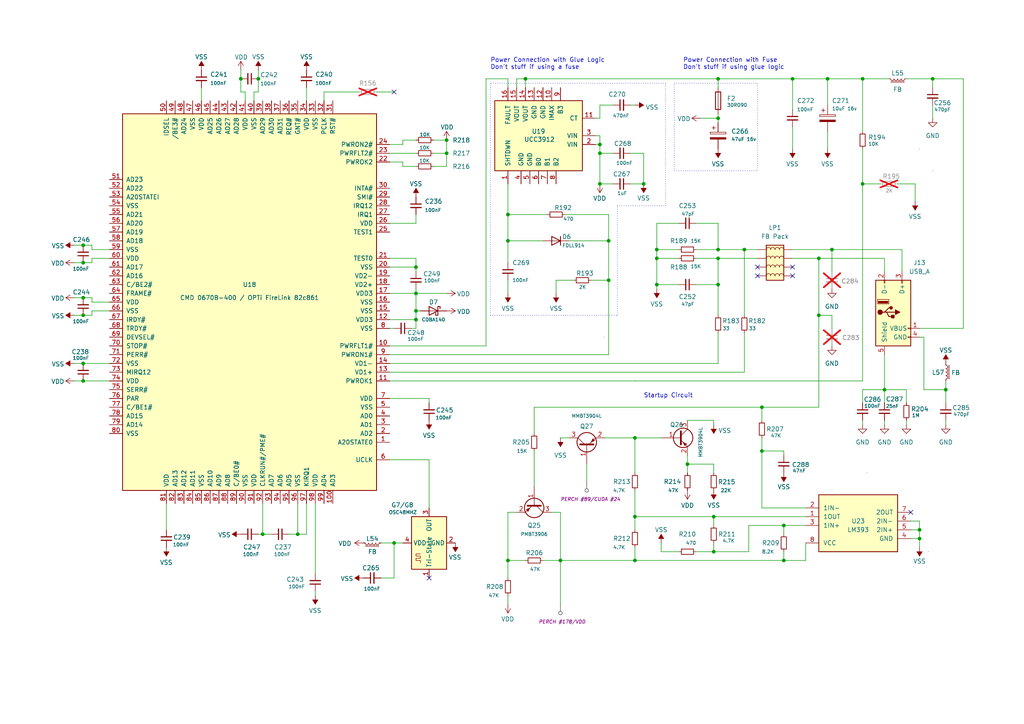
<source format=kicad_sch>
(kicad_sch (version 20230121) (generator eeschema)
  (paper "A4")
  (title_block (title "Power Macintosh G3 (Beige) Wings Personality Card USB Mod") (date "2024-07-24") (rev "2") (company "Schematic by @croissantking on the 68kMLA forums with invaluable help from @phipli"))
  (junction (at 270.51 22.86))
  (junction (at 24.13 91.44))
  (junction (at 120.65 77.47))
  (junction (at 162.56 162.56))
  (junction (at 74.93 22.86))
  (junction (at 76.2 154.94))
  (junction (at 190.5 72.39))
  (junction (at 190.5 74.93))
  (junction (at 69.85 22.86))
  (junction (at 173.99 41.91))
  (junction (at 24.13 86.36))
  (junction (at 227.33 162.56))
  (junction (at 199.39 134.62))
  (junction (at 24.13 71.12))
  (junction (at 240.03 22.86))
  (junction (at 266.7 156.21))
  (junction (at 184.15 162.56))
  (junction (at 208.28 22.86))
  (junction (at 250.19 53.34))
  (junction (at 120.65 92.71))
  (junction (at 24.13 105.41))
  (junction (at 147.32 69.85))
  (junction (at 229.87 22.86))
  (junction (at 173.99 44.45))
  (junction (at 186.69 53.34))
  (junction (at 215.9 72.39))
  (junction (at 237.49 91.44))
  (junction (at 24.13 110.49))
  (junction (at 176.53 81.28))
  (junction (at 208.28 72.39))
  (junction (at 184.15 127))
  (junction (at 152.4 22.86))
  (junction (at 120.65 90.17))
  (junction (at 147.32 162.56))
  (junction (at 237.49 74.93))
  (junction (at 220.98 118.11))
  (junction (at 147.32 62.23))
  (junction (at 266.7 153.67))
  (junction (at 207.01 149.86))
  (junction (at 129.54 40.64))
  (junction (at 24.13 76.2))
  (junction (at 241.3 72.39))
  (junction (at 250.19 22.86))
  (junction (at 190.5 82.55))
  (junction (at 274.32 113.03))
  (junction (at 173.99 53.34))
  (junction (at 184.15 149.86))
  (junction (at 208.28 74.93))
  (junction (at 256.54 113.03))
  (junction (at 176.53 69.85))
  (junction (at 114.3 157.48))
  (junction (at 207.01 160.02))
  (junction (at 208.28 82.55))
  (junction (at 208.28 34.29))
  (junction (at 86.36 154.94))
  (junction (at 120.65 85.09))
  (junction (at 129.54 44.45))
  (junction (at 227.33 152.4))
  (junction (at 220.98 130.81))
  (no_connect (at 229.87 80.01))
  (no_connect (at 219.71 77.47))
  (no_connect (at 264.16 148.59))
  (no_connect (at 124.46 167.64))
  (no_connect (at 219.71 80.01))
  (no_connect (at 114.3 26.67))
  (no_connect (at 229.87 77.47))
  (wire (pts (xy 71.12 26.67) (xy 71.12 29.21)))
  (wire (pts (xy 157.48 162.56) (xy 162.56 162.56)))
  (wire (pts (xy 24.13 110.49) (xy 31.75 110.49)))
  (wire (pts (xy 229.87 74.93) (xy 237.49 74.93)))
  (wire (pts (xy 256.54 121.92) (xy 256.54 123.19)))
  (wire (pts (xy 274.32 123.19) (xy 274.32 121.92)))
  (wire (pts (xy 171.45 81.28) (xy 176.53 81.28)))
  (wire (pts (xy 152.4 22.86) (xy 152.4 25.4)))
  (wire (pts (xy 270.51 25.4) (xy 270.51 22.86)))
  (wire (pts (xy 184.15 30.48) (xy 182.88 30.48)))
  (wire (pts (xy 215.9 96.52) (xy 215.9 107.95)))
  (wire (pts (xy 24.13 86.36) (xy 26.67 86.36)))
  (wire (pts (xy 208.28 22.86) (xy 208.28 25.4)))
  (wire (pts (xy 190.5 72.39) (xy 190.5 74.93)))
  (wire (pts (xy 207.01 149.86) (xy 233.68 149.86)))
  (wire (pts (xy 21.59 91.44) (xy 24.13 91.44)))
  (wire (pts (xy 208.28 74.93) (xy 208.28 82.55)))
  (wire (pts (xy 170.18 139.7) (xy 170.18 134.62)))
  (wire (pts (xy 279.4 22.86) (xy 279.4 95.25)))
  (wire (pts (xy 250.19 116.84) (xy 250.19 113.03)))
  (wire (pts (xy 229.87 22.86) (xy 240.03 22.86)))
  (wire (pts (xy 163.83 62.23) (xy 176.53 62.23)))
  (wire (pts (xy 83.82 154.94) (xy 86.36 154.94)))
  (wire (pts (xy 24.13 71.12) (xy 26.67 71.12)))
  (wire (pts (xy 73.66 29.21) (xy 73.66 26.67)))
  (wire (pts (xy 184.15 127) (xy 191.77 127)))
  (wire (pts (xy 184.15 162.56) (xy 227.33 162.56)))
  (wire (pts (xy 129.54 40.64) (xy 129.54 44.45)))
  (wire (pts (xy 113.03 115.57) (xy 124.46 115.57)))
  (wire (pts (xy 147.32 172.72) (xy 147.32 175.26)))
  (wire (pts (xy 113.03 64.77) (xy 120.65 64.77)))
  (polyline (pts (xy 193.04 59.69) (xy 193.04 24.13)) (stroke (width 0) (type dot)))
  (wire (pts (xy 173.99 30.48) (xy 177.8 30.48)))
  (wire (pts (xy 74.93 20.32) (xy 74.93 22.86)))
  (wire (pts (xy 237.49 74.93) (xy 237.49 91.44)))
  (wire (pts (xy 48.26 146.05) (xy 48.26 153.67)))
  (wire (pts (xy 176.53 62.23) (xy 176.53 69.85)))
  (wire (pts (xy 270.51 22.86) (xy 279.4 22.86)))
  (wire (pts (xy 152.4 22.86) (xy 208.28 22.86)))
  (wire (pts (xy 76.2 146.05) (xy 76.2 154.94)))
  (wire (pts (xy 113.03 107.95) (xy 215.9 107.95)))
  (wire (pts (xy 229.87 72.39) (xy 241.3 72.39)))
  (wire (pts (xy 113.03 105.41) (xy 208.28 105.41)))
  (wire (pts (xy 162.56 162.56) (xy 162.56 175.26)))
  (wire (pts (xy 74.93 154.94) (xy 76.2 154.94)))
  (wire (pts (xy 199.39 134.62) (xy 199.39 137.16)))
  (wire (pts (xy 250.19 43.18) (xy 250.19 53.34)))
  (wire (pts (xy 191.77 157.48) (xy 191.77 160.02)))
  (wire (pts (xy 274.32 113.03) (xy 274.32 110.49)))
  (wire (pts (xy 233.68 157.48) (xy 233.68 162.56)))
  (wire (pts (xy 177.8 53.34) (xy 173.99 53.34)))
  (wire (pts (xy 173.99 30.48) (xy 173.99 34.29)))
  (wire (pts (xy 69.85 26.67) (xy 71.12 26.67)))
  (wire (pts (xy 250.19 121.92) (xy 250.19 123.19)))
  (wire (pts (xy 113.03 44.45) (xy 120.65 44.45)))
  (wire (pts (xy 184.15 149.86) (xy 184.15 153.67)))
  (wire (pts (xy 26.67 91.44) (xy 24.13 91.44)))
  (wire (pts (xy 190.5 74.93) (xy 196.85 74.93)))
  (wire (pts (xy 220.98 147.32) (xy 233.68 147.32)))
  (wire (pts (xy 262.89 113.03) (xy 262.89 116.84)))
  (wire (pts (xy 207.01 160.02) (xy 207.01 157.48)))
  (wire (pts (xy 237.49 91.44) (xy 237.49 118.11)))
  (wire (pts (xy 129.54 40.64) (xy 125.73 40.64)))
  (wire (pts (xy 26.67 74.93) (xy 31.75 74.93)))
  (polyline (pts (xy 142.24 24.13) (xy 142.24 91.44)) (stroke (width 0) (type dot)))
  (wire (pts (xy 162.56 148.59) (xy 162.56 162.56)))
  (wire (pts (xy 208.28 72.39) (xy 215.9 72.39)))
  (wire (pts (xy 21.59 110.49) (xy 24.13 110.49)))
  (wire (pts (xy 149.86 25.4) (xy 149.86 22.86)))
  (wire (pts (xy 173.99 34.29) (xy 172.72 34.29)))
  (wire (pts (xy 91.44 171.45) (xy 91.44 172.72)))
  (wire (pts (xy 266.7 156.21) (xy 266.7 158.75)))
  (wire (pts (xy 267.97 113.03) (xy 274.32 113.03)))
  (wire (pts (xy 154.94 130.81) (xy 154.94 140.97)))
  (wire (pts (xy 165.1 69.85) (xy 176.53 69.85)))
  (wire (pts (xy 229.87 22.86) (xy 229.87 31.75)))
  (wire (pts (xy 129.54 44.45) (xy 129.54 48.26)))
  (wire (pts (xy 116.84 40.64) (xy 120.65 40.64)))
  (wire (pts (xy 93.98 29.21) (xy 93.98 26.67)))
  (wire (pts (xy 190.5 82.55) (xy 190.5 83.82)))
  (wire (pts (xy 227.33 152.4) (xy 227.33 154.94)))
  (wire (pts (xy 162.56 127) (xy 165.1 127)))
  (polyline (pts (xy 142.24 91.44) (xy 179.07 91.44)) (stroke (width 0) (type dot)))
  (wire (pts (xy 250.19 113.03) (xy 256.54 113.03)))
  (wire (pts (xy 120.65 62.23) (xy 120.65 64.77)))
  (wire (pts (xy 184.15 127) (xy 184.15 137.16)))
  (wire (pts (xy 256.54 74.93) (xy 256.54 78.74)))
  (wire (pts (xy 147.32 62.23) (xy 147.32 69.85)))
  (wire (pts (xy 147.32 53.34) (xy 147.32 62.23)))
  (wire (pts (xy 173.99 41.91) (xy 173.99 44.45)))
  (wire (pts (xy 161.29 81.28) (xy 161.29 85.09)))
  (wire (pts (xy 208.28 82.55) (xy 208.28 91.44)))
  (wire (pts (xy 26.67 74.93) (xy 26.67 76.2)))
  (wire (pts (xy 147.32 62.23) (xy 158.75 62.23)))
  (wire (pts (xy 266.7 95.25) (xy 279.4 95.25)))
  (wire (pts (xy 199.39 134.62) (xy 199.39 132.08)))
  (wire (pts (xy 154.94 118.11) (xy 154.94 125.73)))
  (wire (pts (xy 207.01 134.62) (xy 207.01 137.16)))
  (wire (pts (xy 113.03 41.91) (xy 116.84 41.91)))
  (wire (pts (xy 201.93 160.02) (xy 207.01 160.02)))
  (wire (pts (xy 264.16 151.13) (xy 266.7 151.13)))
  (wire (pts (xy 147.32 148.59) (xy 149.86 148.59)))
  (wire (pts (xy 262.89 22.86) (xy 270.51 22.86)))
  (wire (pts (xy 109.22 26.67) (xy 114.3 26.67)))
  (wire (pts (xy 182.88 44.45) (xy 186.69 44.45)))
  (wire (pts (xy 267.97 97.79) (xy 267.97 113.03)))
  (wire (pts (xy 266.7 153.67) (xy 266.7 156.21)))
  (wire (pts (xy 149.86 22.86) (xy 152.4 22.86)))
  (wire (pts (xy 190.5 82.55) (xy 196.85 82.55)))
  (wire (pts (xy 113.03 77.47) (xy 120.65 77.47)))
  (wire (pts (xy 21.59 76.2) (xy 24.13 76.2)))
  (wire (pts (xy 201.93 82.55) (xy 208.28 82.55)))
  (wire (pts (xy 240.03 22.86) (xy 250.19 22.86)))
  (wire (pts (xy 184.15 127) (xy 175.26 127)))
  (wire (pts (xy 184.15 158.75) (xy 184.15 162.56)))
  (wire (pts (xy 114.3 167.64) (xy 114.3 157.48)))
  (wire (pts (xy 177.8 44.45) (xy 173.99 44.45)))
  (wire (pts (xy 147.32 162.56) (xy 147.32 167.64)))
  (wire (pts (xy 120.65 90.17) (xy 120.65 92.71)))
  (wire (pts (xy 26.67 90.17) (xy 31.75 90.17)))
  (wire (pts (xy 147.32 25.4) (xy 147.32 22.86)))
  (wire (pts (xy 207.01 134.62) (xy 199.39 134.62)))
  (wire (pts (xy 113.03 92.71) (xy 120.65 92.71)))
  (wire (pts (xy 147.32 148.59) (xy 147.32 162.56)))
  (wire (pts (xy 186.69 44.45) (xy 186.69 53.34)))
  (wire (pts (xy 124.46 133.35) (xy 124.46 147.32)))
  (wire (pts (xy 113.03 110.49) (xy 250.19 110.49)))
  (wire (pts (xy 208.28 64.77) (xy 208.28 72.39)))
  (polyline (pts (xy 179.07 59.69) (xy 193.04 59.69)) (stroke (width 0) (type dot)))
  (wire (pts (xy 73.66 26.67) (xy 74.93 26.67)))
  (wire (pts (xy 240.03 30.48) (xy 240.03 22.86)))
  (wire (pts (xy 274.32 116.84) (xy 274.32 113.03)))
  (wire (pts (xy 250.19 22.86) (xy 257.81 22.86)))
  (wire (pts (xy 88.9 146.05) (xy 88.9 154.94)))
  (wire (pts (xy 116.84 46.99) (xy 113.03 46.99)))
  (wire (pts (xy 21.59 71.12) (xy 24.13 71.12)))
  (wire (pts (xy 120.65 83.82) (xy 120.65 85.09)))
  (wire (pts (xy 154.94 118.11) (xy 220.98 118.11)))
  (wire (pts (xy 24.13 105.41) (xy 31.75 105.41)))
  (wire (pts (xy 241.3 72.39) (xy 261.62 72.39)))
  (polyline (pts (xy 193.04 24.13) (xy 142.24 24.13)) (stroke (width 0) (type dot)))
  (wire (pts (xy 125.73 48.26) (xy 129.54 48.26)))
  (wire (pts (xy 215.9 72.39) (xy 215.9 91.44)))
  (wire (pts (xy 237.49 91.44) (xy 241.3 91.44)))
  (wire (pts (xy 120.65 92.71) (xy 120.65 95.25)))
  (wire (pts (xy 256.54 113.03) (xy 256.54 116.84)))
  (wire (pts (xy 86.36 146.05) (xy 86.36 154.94)))
  (wire (pts (xy 241.3 95.25) (xy 241.3 91.44)))
  (wire (pts (xy 113.03 133.35) (xy 124.46 133.35)))
  (wire (pts (xy 260.35 53.34) (xy 265.43 53.34)))
  (wire (pts (xy 58.42 25.4) (xy 58.42 29.21)))
  (wire (pts (xy 190.5 72.39) (xy 196.85 72.39)))
  (wire (pts (xy 91.44 146.05) (xy 91.44 166.37)))
  (wire (pts (xy 120.65 74.93) (xy 120.65 77.47)))
  (wire (pts (xy 21.59 105.41) (xy 24.13 105.41)))
  (wire (pts (xy 116.84 40.64) (xy 116.84 41.91)))
  (wire (pts (xy 227.33 130.81) (xy 227.33 132.08)))
  (wire (pts (xy 265.43 53.34) (xy 265.43 58.42)))
  (wire (pts (xy 227.33 162.56) (xy 233.68 162.56)))
  (wire (pts (xy 261.62 72.39) (xy 261.62 78.74)))
  (wire (pts (xy 256.54 102.87) (xy 256.54 113.03)))
  (wire (pts (xy 147.32 81.28) (xy 147.32 85.09)))
  (wire (pts (xy 250.19 53.34) (xy 250.19 110.49)))
  (wire (pts (xy 113.03 74.93) (xy 120.65 74.93)))
  (wire (pts (xy 74.93 22.86) (xy 74.93 26.67)))
  (polyline (pts (xy 179.07 91.44) (xy 179.07 59.69)) (stroke (width 0) (type dot)))
  (wire (pts (xy 116.84 48.26) (xy 116.84 46.99)))
  (wire (pts (xy 140.97 22.86) (xy 140.97 100.33)))
  (wire (pts (xy 266.7 151.13) (xy 266.7 153.67)))
  (wire (pts (xy 227.33 152.4) (xy 233.68 152.4)))
  (wire (pts (xy 88.9 25.4) (xy 88.9 29.21)))
  (wire (pts (xy 173.99 39.37) (xy 172.72 39.37)))
  (wire (pts (xy 26.67 90.17) (xy 26.67 91.44)))
  (wire (pts (xy 120.65 95.25) (xy 119.38 95.25)))
  (wire (pts (xy 176.53 69.85) (xy 176.53 81.28)))
  (wire (pts (xy 201.93 72.39) (xy 208.28 72.39)))
  (wire (pts (xy 113.03 95.25) (xy 114.3 95.25)))
  (wire (pts (xy 196.85 160.02) (xy 191.77 160.02)))
  (wire (pts (xy 237.49 74.93) (xy 256.54 74.93)))
  (wire (pts (xy 110.49 157.48) (xy 114.3 157.48)))
  (wire (pts (xy 208.28 22.86) (xy 229.87 22.86)))
  (wire (pts (xy 69.85 22.86) (xy 69.85 26.67)))
  (wire (pts (xy 220.98 130.81) (xy 220.98 147.32)))
  (wire (pts (xy 220.98 127) (xy 220.98 130.81)))
  (wire (pts (xy 227.33 160.02) (xy 227.33 162.56)))
  (wire (pts (xy 121.92 90.17) (xy 120.65 90.17)))
  (wire (pts (xy 120.65 85.09) (xy 129.54 85.09)))
  (wire (pts (xy 256.54 113.03) (xy 262.89 113.03)))
  (wire (pts (xy 186.69 53.34) (xy 182.88 53.34)))
  (wire (pts (xy 208.28 96.52) (xy 208.28 105.41)))
  (wire (pts (xy 120.65 77.47) (xy 120.65 78.74)))
  (wire (pts (xy 110.49 167.64) (xy 114.3 167.64)))
  (wire (pts (xy 26.67 72.39) (xy 26.67 71.12)))
  (wire (pts (xy 262.89 121.92) (xy 262.89 123.19)))
  (wire (pts (xy 21.59 86.36) (xy 24.13 86.36)))
  (wire (pts (xy 76.2 154.94) (xy 78.74 154.94)))
  (wire (pts (xy 166.37 81.28) (xy 161.29 81.28)))
  (wire (pts (xy 215.9 72.39) (xy 219.71 72.39)))
  (wire (pts (xy 162.56 162.56) (xy 184.15 162.56)))
  (wire (pts (xy 208.28 33.02) (xy 208.28 34.29)))
  (wire (pts (xy 201.93 74.93) (xy 208.28 74.93)))
  (wire (pts (xy 160.02 148.59) (xy 162.56 148.59)))
  (wire (pts (xy 124.46 116.84) (xy 124.46 115.57)))
  (wire (pts (xy 31.75 72.39) (xy 26.67 72.39)))
  (wire (pts (xy 220.98 118.11) (xy 220.98 121.92)))
  (wire (pts (xy 26.67 87.63) (xy 26.67 86.36)))
  (wire (pts (xy 264.16 153.67) (xy 266.7 153.67)))
  (wire (pts (xy 120.65 85.09) (xy 120.65 90.17)))
  (wire (pts (xy 190.5 74.93) (xy 190.5 82.55)))
  (wire (pts (xy 208.28 74.93) (xy 219.71 74.93)))
  (wire (pts (xy 86.36 154.94) (xy 88.9 154.94)))
  (wire (pts (xy 199.39 121.92) (xy 207.01 121.92)))
  (wire (pts (xy 113.03 85.09) (xy 120.65 85.09)))
  (wire (pts (xy 190.5 64.77) (xy 196.85 64.77)))
  (wire (pts (xy 227.33 130.81) (xy 220.98 130.81)))
  (wire (pts (xy 173.99 39.37) (xy 173.99 41.91)))
  (wire (pts (xy 264.16 156.21) (xy 266.7 156.21)))
  (wire (pts (xy 217.17 160.02) (xy 217.17 152.4)))
  (wire (pts (xy 114.3 157.48) (xy 116.84 157.48)))
  (wire (pts (xy 173.99 44.45) (xy 173.99 53.34)))
  (wire (pts (xy 208.28 34.29) (xy 208.28 35.56)))
  (wire (pts (xy 176.53 81.28) (xy 176.53 102.87)))
  (wire (pts (xy 147.32 69.85) (xy 157.48 69.85)))
  (wire (pts (xy 173.99 41.91) (xy 172.72 41.91)))
  (wire (pts (xy 116.84 48.26) (xy 120.65 48.26)))
  (wire (pts (xy 229.87 36.83) (xy 229.87 43.18)))
  (wire (pts (xy 250.19 22.86) (xy 250.19 38.1)))
  (wire (pts (xy 113.03 100.33) (xy 140.97 100.33)))
  (wire (pts (xy 184.15 149.86) (xy 207.01 149.86)))
  (wire (pts (xy 217.17 152.4) (xy 227.33 152.4)))
  (wire (pts (xy 184.15 142.24) (xy 184.15 149.86)))
  (wire (pts (xy 147.32 22.86) (xy 140.97 22.86)))
  (wire (pts (xy 240.03 38.1) (xy 240.03 43.18)))
  (wire (pts (xy 207.01 160.02) (xy 217.17 160.02)))
  (wire (pts (xy 220.98 118.11) (xy 237.49 118.11)))
  (wire (pts (xy 207.01 121.92) (xy 207.01 123.19)))
  (wire (pts (xy 190.5 64.77) (xy 190.5 72.39)))
  (wire (pts (xy 207.01 149.86) (xy 207.01 152.4)))
  (wire (pts (xy 270.51 30.48) (xy 270.51 34.29)))
  (wire (pts (xy 93.98 26.67) (xy 104.14 26.67)))
  (wire (pts (xy 241.3 72.39) (xy 241.3 78.74)))
  (wire (pts (xy 147.32 162.56) (xy 152.4 162.56)))
  (wire (pts (xy 255.27 53.34) (xy 250.19 53.34)))
  (wire (pts (xy 147.32 69.85) (xy 147.32 76.2)))
  (wire (pts (xy 129.54 44.45) (xy 125.73 44.45)))
  (wire (pts (xy 201.93 64.77) (xy 208.28 64.77)))
  (wire (pts (xy 69.85 20.32) (xy 69.85 22.86)))
  (wire (pts (xy 113.03 102.87) (xy 176.53 102.87)))
  (wire (pts (xy 267.97 97.79) (xy 266.7 97.79)))
  (wire (pts (xy 203.2 34.29) (xy 208.28 34.29)))
  (wire (pts (xy 26.67 87.63) (xy 31.75 87.63)))
  (wire (pts (xy 26.67 76.2) (xy 24.13 76.2)))
  (rectangle (start 270.51 49.53) (end 270.51 49.53))
  (rectangle (start 142.24 25.4) (end 142.24 25.4))
  (rectangle (start 195.58 24.13) (end 219.71 49.53) (stroke (width 0) (type dot)))
  (rectangle (start 175.26 97.79) (end 175.26 97.79))
  (rectangle (start 184.15 110.49) (end 184.15 110.49))
  (rectangle (start 241.3 142.24) (end 241.3 142.24))
  (rectangle (start 269.24 160.02) (end 269.24 160.02))
  (rectangle (start 251.46 137.16) (end 251.46 137.16))
  (rectangle (start 113.03 67.31) (end 113.03 67.31))
  (rectangle (start 266.7 43.18) (end 266.7 43.18))
  (text "Startup Circuit" (at 186.69 115.57 0) (effects (font (size 1.27 1.27)) (justify left bottom)))
  (text "Power Connection with Glue Logic\nDon't stuff if using a fuse" (at 142.24 20.32 0) (effects (font (size 1.27 1.27)) (justify left bottom)))
  (text "Power Connection with Fuse\nDon't stuff if using glue logic" (at 198.12 20.32 0) (effects (font (size 1.27 1.27)) (justify left bottom)))
  (netclass_flag "" (length 2.54) (shape round) (at 170.18 139.7 180) (property "Netclass" "PERCH #89/CUDA #24" (at 162.56 144.78 0) (effects (font (size 1 1) italic) (justify left))))
  (netclass_flag "" (length 2.54) (shape round) (at 162.56 175.26 180) (property "Netclass" "PERCH #178/VDD" (at 156.21 180.34 0) (effects (font (size 1 1) italic) (justify left))))
  (symbol (lib_id "power:VDD") (at 173.99 53.34 180) (unit 1)
    (property "Reference" "#PWR012" (effects hide))
    (property "Value" "VDD" (at 175.8662 57.5502 0) (effects (justify left)))
  )
  (symbol (lib_id "Device:C_Small") (at 180.34 44.45 270) (unit 1)
    (property "Reference" "C268" (at 178.0736 41.6361 90) (effects (justify left)))
    (property "Value" "100nF" (at 178.6893 47.2907 90) (effects (font (size 1 1)) (justify left)))
  )
  (symbol (lib_id "Transistor_BJT:MMBT3906") (at 154.94 146.05 270) (unit 1)
    (property "Reference" "Q25" (at 154.94 152.4 90))
    (property "Value" "PMBT3906" (at 154.94 154.94 90) (effects (font (size 1 1))))
    (property "Footprint" "Package_TO_SOT_SMD:SOT-23" (effects hide))
    (property "Datasheet" "https://www.onsemi.com/pub/Collateral/2N3906-D.PDF" (effects hide))
  )
  (symbol (lib_id "Transistor_BJT:MMBT3906") (at 170.18 129.54 90) (unit 1)
    (property "Reference" "Q27" (at 170.1799 123.6555 90))
    (property "Value" "MMBT3904L" (at 170.18 120.65 90) (effects (font (size 1 1))))
    (property "Footprint" "Package_TO_SOT_SMD:SOT-23" (effects hide))
    (property "Datasheet" "https://www.onsemi.com/pub/Collateral/2N3906-D.PDF" (effects hide))
  )
  (symbol (lib_id "Device:C_Small") (at 124.46 119.38 180) (unit 1)
    (property "Reference" "C245" (at 131.5449 118.9889 0) (effects (justify left)))
    (property "Value" "100nF" (at 131.1109 121.1465 0) (effects (font (size 1 1)) (justify left)))
  )
  (symbol (lib_id "power:VSS") (at 227.33 137.16 180) (unit 1)
    (property "Reference" "#PWR07" (effects hide))
    (property "Value" "VSS" (at 227.3309 141.2079 0))
  )
  (symbol (lib_id "power:VSS") (at 74.93 20.32 0) (unit 1)
    (property "Reference" "#PWR030" (effects hide))
    (property "Value" "VSS" (at 74.93 16.51 0))
  )
  (symbol (lib_id "Device:R_Small") (at 106.68 26.67 90) (unit 1) (dnp yes)
    (property "Reference" "R156" (at 109.22 24.13 90) (effects (justify left)))
    (property "Value" "470" (effects hide))
  )
  (symbol (lib_id "Device:R_Small") (at 257.81 53.34 270) (unit 1) (dnp yes)
    (property "Reference" "R195" (at 255.9613 51.1432 90) (effects (justify left)))
    (property "Value" "2K" (at 256.8505 55.3229 90) (effects (font (size 1 1)) (justify left)))
  )
  (symbol (lib_id "power:VSS") (at 120.65 57.15 0) (unit 1)
    (property "Reference" "#PWR09" (effects hide))
    (property "Value" "VSS" (at 120.65 53.34 0))
  )
  (symbol (lib_id "Device:R_Small") (at 147.32 170.18 180) (unit 1)
    (property "Reference" "R208" (at 146.05 170.18 0) (effects (justify left)))
    (property "Value" "47K" (at 144.78 172.72 0) (effects (font (size 1 1)) (justify left)))
  )
  (symbol (lib_id "Device:R_Small") (at 123.19 40.64 90) (unit 1)
    (property "Reference" "R218" (at 136.3598 40.6748 90) (effects (justify left)))
    (property "Value" "10K" (at 124.7672 39.048 90) (effects (font (size 1 1)) (justify left)))
  )
  (symbol (lib_id "power:VSS") (at 265.43 58.42 180) (unit 1)
    (property "Reference" "#PWR025" (effects hide))
    (property "Value" "VSS" (at 265.3969 62.8155 0))
  )
  (symbol (lib_id "Device:R_Small") (at 168.91 81.28 270) (unit 1)
    (property "Reference" "R193" (at 167.0804 79.2699 90) (effects (justify left)))
    (property "Value" "2K" (at 167.9063 83.2509 90) (effects (font (size 1 1)) (justify left)))
  )
  (symbol (lib_id "power:VSS") (at 207.01 142.24 180) (unit 1)
    (property "Reference" "#PWR019" (effects hide))
    (property "Value" "VSS" (at 207.0126 146.571 0))
  )
  (symbol (lib_id "power:VSS") (at 190.5 83.82 180) (unit 1)
    (property "Reference" "#PWR017" (effects hide))
    (property "Value" "VSS" (at 190.4669 88.2155 0))
  )
  (symbol (lib_id "Device:R_Small") (at 123.19 48.26 90) (unit 1)
    (property "Reference" "R216" (at 136.3598 48.2948 90) (effects (justify left)))
    (property "Value" "10K" (at 124.65 46.635 90) (effects (font (size 1 1)) (justify left)))
  )
  (symbol (lib_id "Connector:USB_A") (at 259.08 92.71 0) (unit 1)
    (property "Reference" "J13" (at 266.7 76.2 0))
    (property "Value" "USB_A" (at 266.7 78.74 0))
    (property "Datasheet" " ~" (effects hide))
  )
  (symbol (lib_id "power:VSS") (at 48.26 158.75 180) (unit 1)
    (property "Reference" "#PWR011" (effects hide))
    (property "Value" "VSS" (at 48.2269 163.1455 0))
  )
  (symbol (lib_id "power:VSS") (at 274.32 105.41 0) (unit 1)
    (property "Reference" "#PWR048" (effects hide))
    (property "Value" "VSS" (at 274.32 101.6 0))
  )
  (symbol (lib_id "power:VSS") (at 240.03 43.18 180) (unit 1)
    (property "Reference" "#PWR023" (effects hide))
    (property "Value" "VSS" (at 239.9969 47.5755 0))
  )
  (symbol (lib_id "Device:L_Pack04") (at 224.79 77.47 90) (mirror x) (unit 1)
    (property "Reference" "LP1" (at 224.79 66.04 90))
    (property "Value" "FB Pack" (at 224.79 68.58 90))
  )
  (symbol (lib_id "Device:R_Small") (at 154.94 162.56 270) (unit 1)
    (property "Reference" "R206" (at 152.4398 160.3613 90) (effects (justify left)))
    (property "Value" "47K" (at 153.67 165.1 90) (effects (font (size 1 1)) (justify left)))
  )
  (symbol (lib_name "GND_1") (lib_id "power:GND") (at 270.51 34.29 0) (unit 1)
    (property "Reference" "#PWR03" (effects hide))
    (property "Value" "GND" (at 270.51 39.37 0))
  )
  (symbol (lib_id "power:VSS") (at 21.59 91.44 90) (unit 1)
    (property "Reference" "#PWR033" (effects hide))
    (property "Value" "VSS" (at 18.6745 91.6437 90) (effects (justify left)))
  )
  (symbol (lib_id "Device:R_Small") (at 215.9 93.98 0) (unit 1)
    (property "Reference" "R182" (at 217.0199 93.0761 0) (effects (justify left)))
    (property "Value" "33" (at 217.17 95.25 0) (effects (font (size 1 1)) (justify left)))
  )
  (symbol (lib_id "power:VSS") (at 21.59 71.12 90) (unit 1)
    (property "Reference" "#PWR032" (effects hide))
    (property "Value" "VSS" (at 18.6745 71.3237 90) (effects (justify left)))
  )
  (symbol (lib_id "Device:C_Small") (at 256.54 119.38 0) (unit 1)
    (property "Reference" "C287" (at 256.9109 115.7713 0) (effects (justify left)))
    (property "Value" "25nF" (at 256.8996 117.7983 0) (effects (font (size 1 1)) (justify left)))
  )
  (symbol (lib_id "power:VSS") (at 147.32 85.09 180) (unit 1)
    (property "Reference" "#PWR015" (effects hide))
    (property "Value" "VSS" (at 147.2869 89.4855 0))
  )
  (symbol (lib_id "power:VSS") (at 162.56 127 180) (unit 1)
    (property "Reference" "#PWR038" (effects hide))
    (property "Value" "VSS" (at 162.56 132.08 0))
  )
  (symbol (lib_id "Device:R_Small") (at 262.89 119.38 0) (unit 1)
    (property "Reference" "R204" (at 264.2328 118.6372 0) (effects (justify left)))
    (property "Value" "1M" (at 264.4812 120.4817 0) (effects (font (size 1 1)) (justify left)))
  )
  (symbol (lib_id "Device:R_Small") (at 199.39 160.02 90) (unit 1)
    (property "Reference" "R210" (at 201.93 154.94 90) (effects (justify left)))
    (property "Value" "470" (at 201.93 157.48 90) (effects (font (size 1 1)) (justify left)))
  )
  (symbol (lib_id "power:VSS") (at 91.44 172.72 180) (unit 1)
    (property "Reference" "#PWR018" (effects hide))
    (property "Value" "VSS" (at 91.4069 177.1155 0))
  )
  (symbol (lib_id "power:VSS") (at 229.87 43.18 180) (unit 1)
    (property "Reference" "#PWR022" (effects hide))
    (property "Value" "VSS" (at 229.8369 47.5755 0))
  )
  (symbol (lib_id "power:VSS") (at 184.15 30.48 270) (unit 1)
    (property "Reference" "#PWR014" (effects hide))
    (property "Value" "VSS" (at 187.257 31.1185 90) (effects (justify left)))
  )
  (symbol (lib_id "Device:C_Small") (at 147.32 78.74 0) (unit 1)
    (property "Reference" "C269" (at 148.59 76.2 0) (effects (justify left)))
    (property "Value" "100nF" (at 148.59 81.28 0) (effects (font (size 1 1)) (justify left)))
  )
  (symbol (lib_id "Device:L_Ferrite_Small") (at 260.35 22.86 270) (unit 1)
    (property "Reference" "L55" (at 258.5178 21.2185 90) (effects (justify left)))
    (property "Value" "FB" (at 259.0495 25.9373 90) (effects (justify left)))
  )
  (symbol (lib_id "Device:R_Small") (at 220.98 124.46 0) (unit 1)
    (property "Reference" "R207" (at 222.25 124.46 0) (effects (justify left)))
    (property "Value" "47K" (at 223.52 126.365 0) (effects (font (size 1 1)) (justify left)))
  )
  (symbol (lib_id "Device:D") (at 161.29 69.85 180) (unit 1)
    (property "Reference" "D6" (at 164.3565 68.6776 0))
    (property "Value" "FDLL914" (at 169.5936 71.2052 0) (effects (font (size 1 1)) (justify left)))
    (property "Sim.Device" "D" (effects hide))
    (property "Sim.Pins" "1=K 2=A" (effects hide))
  )
  (symbol (lib_id "MCU_Texas:LM3S6911-IQC50") (at 64.77 80.01 90) (unit 1)
    (property "Reference" "U18" (at 72.39 82.55 90))
    (property "Value" "CMD 0670B-400 / OPTi FireLink 82c861" (at 72.39 86.36 90))
    (property "Footprint" "Package_QFP:LQFP-100_14x14mm_P0.5mm" (effects hide))
    (property "Datasheet" "http://www.bitsavers.org/components/cmd/MAN-000670-000_USB0670_673_PCI-USB_ASIC_Rev_1.8_199903.pdf" (effects hide))
  )
  (symbol (lib_id "Device:L_Ferrite_Small") (at 107.95 157.48 270) (unit 1)
    (property "Reference" "L54" (at 106.1517 156.2574 90) (effects (justify left)))
    (property "Value" "FB" (at 106.7269 160.0442 90) (effects (justify left)))
  )
  (symbol (lib_id "Device:C_Small") (at 88.9 22.86 0) (unit 1)
    (property "Reference" "C240" (at 91.44 21.59 0) (effects (justify left)))
    (property "Value" "100nF" (at 91.44 24.13 0) (effects (font (size 1 1)) (justify left)))
  )
  (symbol (lib_id "Device:R_Small") (at 199.39 74.93 270) (unit 1)
    (property "Reference" "R188" (at 194.31 77.47 90) (effects (justify left)))
    (property "Value" "15K" (at 200.2803 77.2702 90) (effects (font (size 1 1)) (justify left)))
  )
  (symbol (lib_id "Device:C_Small") (at 91.44 168.91 180) (unit 1)
    (property "Reference" "C243" (at 88.1812 168.0678 0) (effects (justify left)))
    (property "Value" "100nF" (at 88.4453 170.141 0) (effects (font (size 1 1)) (justify left)))
  )
  (symbol (lib_name "GND_1") (lib_id "power:GND") (at 241.3 100.33 0) (unit 1)
    (property "Reference" "#PWR021" (effects hide))
    (property "Value" "GND" (at 241.3 105.41 0))
  )
  (symbol (lib_id "power:VSS") (at 69.85 154.94 90) (unit 1)
    (property "Reference" "#PWR036" (effects hide))
    (property "Value" "VSS" (at 66.9345 155.1437 90) (effects (justify left)))
  )
  (symbol (lib_id "Device:R_Small") (at 199.39 139.7 180) (unit 1)
    (property "Reference" "R214" (at 197.6184 139.6883 0) (effects (justify left)))
    (property "Value" "47K" (at 196.85 142.24 0) (effects (font (size 1 1)) (justify left)))
  )
  (symbol (lib_id "power:VSS") (at 191.77 157.48 0) (unit 1)
    (property "Reference" "#PWR028" (effects hide))
    (property "Value" "VSS" (at 191.77 153.67 0))
  )
  (symbol (lib_id "Device:R_Small") (at 161.29 62.23 90) (unit 1)
    (property "Reference" "R192" (at 165.8927 60.2597 90) (effects (justify left)))
    (property "Value" "470" (at 166.37 63.5 90) (effects (font (size 1 1)) (justify left)))
  )
  (symbol (lib_name "LTC1865-S8_1") (lib_id "Analog_ADC:LTC1865-S8") (at 149.86 35.56 0) (unit 1)
    (property "Reference" "U19" (at 156.21 38.1 0))
    (property "Value" "UCC3912" (at 151.9995 40.4433 0) (effects (justify left)))
    (property "Footprint" "Package_SO:SOIC-8_3.9x4.9mm_P1.27mm" (effects hide))
    (property "Datasheet" "https://www.analog.com/media/en/technical-documentation/data-sheets/18645fb.pdf" (effects hide))
  )
  (symbol (lib_id "Device:C_Small") (at 24.13 73.66 180) (unit 1)
    (property "Reference" "C246" (at 26.1779 69.5144 0) (effects (justify left)))
    (property "Value" "100nF" (at 25.8525 77.9759 0) (effects (font (size 1 1)) (justify left)))
  )
  (symbol (lib_id "power:VSS") (at 88.9 20.32 0) (unit 1)
    (property "Reference" "#PWR029" (effects hide))
    (property "Value" "VSS" (at 88.9 16.51 0))
  )
  (symbol (lib_id "Device:C_Small") (at 24.13 107.95 180) (unit 1)
    (property "Reference" "C238" (at 25.8599 102.0636 0) (effects (justify left)))
    (property "Value" "100nF" (at 25.8599 103.846 0) (effects (font (size 1 1)) (justify left)))
  )
  (symbol (lib_id "Device:R_Small") (at 184.15 139.7 0) (unit 1)
    (property "Reference" "R213" (at 177.8 139.7 0) (effects (justify left)))
    (property "Value" "4.7K" (at 177.8 142.24 0) (effects (font (size 1 1)) (justify left)))
  )
  (symbol (lib_name "C_Polarized_1") (lib_id "Device:C_Polarized") (at 208.28 39.37 0) (unit 1)
    (property "Reference" "C266" (at 212.09 38.1 0) (effects (justify left)))
    (property "Value" "47uF 16v" (at 212.09 40.386 0) (effects (font (size 1 1)) (justify left)))
  )
  (symbol (lib_id "Device:R_Small") (at 207.01 139.7 180) (unit 1)
    (property "Reference" "R215" (at 213.3336 139.775 0) (effects (justify left)))
    (property "Value" "22K" (at 212.09 142.24 0) (effects (font (size 1 1)) (justify left)))
  )
  (symbol (lib_id "power:VSS") (at 58.42 20.32 0) (unit 1)
    (property "Reference" "#PWR031" (effects hide))
    (property "Value" "VSS" (at 58.42 16.51 0))
  )
  (symbol (lib_id "Device:C_Small") (at 241.3 81.28 0) (unit 1) (dnp yes)
    (property "Reference" "C284" (at 243.9665 81.5497 0) (effects (justify left)))
    (property "Value" "???" (effects hide))
  )
  (symbol (lib_id "power:VSS") (at 161.29 85.09 180) (unit 1)
    (property "Reference" "#PWR016" (effects hide))
    (property "Value" "VSS" (at 161.2569 89.4855 0))
  )
  (symbol (lib_id "power:VDD") (at 147.32 175.26 180) (unit 1)
    (property "Reference" "#PWR040" (effects hide))
    (property "Value" "VDD" (at 149.1794 179.5701 0) (effects (justify left)))
  )
  (symbol (lib_id "Device:R_Small") (at 250.19 40.64 0) (unit 1)
    (property "Reference" "R194" (at 251.82 39.8404 0) (effects (justify left)))
    (property "Value" "10K" (at 251.82 41.7454 0) (effects (font (size 1 1)) (justify left)))
  )
  (symbol (lib_id "power:VDD") (at 199.39 142.24 180) (unit 1)
    (property "Reference" "#PWR047" (effects hide))
    (property "Value" "VDD" (at 201.3249 146.6143 0) (effects (justify left)))
  )
  (symbol (lib_id "Device:R_Small") (at 184.15 156.21 0) (unit 1)
    (property "Reference" "R212" (at 177.8 156.21 0) (effects (justify left)))
    (property "Value" "4.7K" (at 177.8 158.75 0) (effects (font (size 1 1)) (justify left)))
  )
  (symbol (lib_id "Device:R_Small") (at 227.33 157.48 0) (unit 1)
    (property "Reference" "R209" (at 220.98 157.48 0) (effects (justify left)))
    (property "Value" "8.2K" (at 220.98 160.02 0) (effects (font (size 1 1)) (justify left)))
  )
  (symbol (lib_id "Device:R_Small") (at 199.39 72.39 270) (unit 1)
    (property "Reference" "R189" (at 194.31 69.85 90) (effects (justify left)))
    (property "Value" "15K" (at 200.2803 69.8922 90) (effects (font (size 1 1)) (justify left)))
  )
  (symbol (lib_id "Device:C_Polarized") (at 240.03 34.29 0) (unit 1)
    (property "Reference" "C271" (at 241.3 29.21 0) (effects (justify left)))
    (property "Value" "10uF 16v" (at 241.3 31.496 0) (effects (font (size 1 1)) (justify left)))
  )
  (symbol (lib_id "Device:C_Small") (at 199.39 64.77 270) (unit 1)
    (property "Reference" "C253" (at 199.39 59.69 90))
    (property "Value" "47pF" (at 197.639 62.0392 90) (effects (font (size 1 1)) (justify left)))
  )
  (symbol (lib_id "Device:C_Small") (at 180.34 30.48 90) (unit 1)
    (property "Reference" "C270" (at 181.56 27.3671 90) (effects (justify left)))
    (property "Value" "470nF" (at 182.5102 33.5597 90) (effects (font (size 1 1)) (justify left)))
  )
  (symbol (lib_id "Device:R_Small") (at 123.19 44.45 90) (unit 1)
    (property "Reference" "R217" (at 136.3598 44.4848 90) (effects (justify left)))
    (property "Value" "10K" (at 124.7027 42.8382 90) (effects (font (size 1 1)) (justify left)))
  )
  (symbol (lib_id "power:VDD") (at 105.41 157.48 90) (unit 1)
    (property "Reference" "#PWR041" (effects hide))
    (property "Value" "VDD" (at 101.966 157.6462 90) (effects (justify left)))
  )
  (symbol (lib_id "Analog_ADC:LM393") (at 243.84 151.13 270) (unit 1)
    (property "Reference" "U23" (at 248.92 151.13 90))
    (property "Value" "LM393" (at 248.92 153.67 90))
    (property "Footprint" "Package_SO:SOIC-8_3.9x4.9mm_P1.27mm" (effects hide))
    (property "Datasheet" "https://www.analog.com/media/en/technical-documentation/data-sheets/18645fb.pdf" (effects hide))
  )
  (symbol (lib_id "power:VDD") (at 21.59 110.49 90) (unit 1)
    (property "Reference" "#PWR042" (effects hide))
    (property "Value" "VDD" (at 18.6877 110.6591 90) (effects (justify left)))
  )
  (symbol (lib_id "power:VSS") (at 266.7 158.75 180) (unit 1)
    (property "Reference" "#PWR020" (effects hide))
    (property "Value" "VSS" (at 266.7009 162.7979 0))
  )
  (symbol (lib_id "Device:R_Small") (at 154.94 128.27 0) (unit 1)
    (property "Reference" "R205" (at 148.59 128.27 0) (effects (justify left)))
    (property "Value" "15K" (at 149.86 130.81 0) (effects (font (size 1 1)) (justify left)))
  )
  (symbol (lib_id "Device:C_Small") (at 58.42 22.86 0) (unit 1)
    (property "Reference" "C241" (at 60.96 21.59 0) (effects (justify left)))
    (property "Value" "100nF" (at 60.96 24.13 0) (effects (font (size 1 1)) (justify left)))
  )
  (symbol (lib_id "Device:C_Small") (at 199.39 82.55 270) (unit 1)
    (property "Reference" "C252" (at 199.3949 86.0814 90))
    (property "Value" "47pF" (at 197.5639 88.2048 90) (effects (font (size 1 1)) (justify left)))
  )
  (symbol (lib_id "Device:C_Small") (at 107.95 167.64 90) (unit 1)
    (property "Reference" "C265" (at 110.1518 164.7376 90) (effects (justify left)))
    (property "Value" "100nF" (at 110.2908 170.7848 90) (effects (font (size 1 1)) (justify left)))
  )
  (symbol (lib_id "power:VDD") (at 21.59 86.36 90) (unit 1)
    (property "Reference" "#PWR043" (effects hide))
    (property "Value" "VDD" (at 18.6877 86.5291 90) (effects (justify left)))
  )
  (symbol (lib_name "GND_1") (lib_id "power:GND") (at 256.54 123.19 0) (unit 1)
    (property "Reference" "#PWR02" (effects hide))
    (property "Value" "GND" (at 256.54 128.27 0))
  )
  (symbol (lib_name "GND_1") (lib_id "power:GND") (at 274.32 123.19 0) (unit 1)
    (property "Reference" "#PWR05" (effects hide))
    (property "Value" "GND" (at 274.32 128.27 0))
  )
  (symbol (lib_id "Device:Fuse") (at 208.28 29.21 0) (unit 1)
    (property "Reference" "F2" (at 210.82 28.575 0) (effects (justify left)))
    (property "Value" "30R090" (at 210.82 30.48 0) (effects (font (size 1 1)) (justify left)))
  )
  (symbol (lib_name "GND_1") (lib_id "power:GND") (at 241.3 83.82 0) (unit 1)
    (property "Reference" "#PWR06" (effects hide))
    (property "Value" "GND" (at 241.3 88.9 0))
  )
  (symbol (lib_id "Device:C_Small") (at 116.84 95.25 270) (unit 1)
    (property "Reference" "C248" (at 118.11 96.52 90) (effects (justify left)))
    (property "Value" "100nF" (at 118.1562 98.3253 90) (effects (font (size 1 1)) (justify left)))
  )
  (symbol (lib_id "power:VSS") (at 21.59 105.41 90) (unit 1)
    (property "Reference" "#PWR034" (effects hide))
    (property "Value" "VSS" (at 18.6745 105.6137 90) (effects (justify left)))
  )
  (symbol (lib_id "power:VDD") (at 69.85 20.32 0) (unit 1)
    (property "Reference" "#PWR046" (effects hide))
    (property "Value" "VDD" (at 68.0466 16.5792 0) (effects (justify left)))
  )
  (symbol (lib_id "Device:L_Ferrite_Small") (at 274.32 107.95 0) (unit 1)
    (property "Reference" "L57" (at 270.2616 108.0306 0) (effects (justify left)))
    (property "Value" "FB" (at 275.908 108.0894 0) (effects (justify left)))
  )
  (symbol (lib_id "Device:D_Schottky") (at 125.73 90.17 0) (mirror y) (unit 1)
    (property "Reference" "D7" (at 125.73 87.63 0))
    (property "Value" "CDBA140" (at 125.73 92.71 0) (effects (font (size 1 1))))
  )
  (symbol (lib_id "power:VSS") (at 208.28 43.18 180) (unit 1)
    (property "Reference" "#PWR024" (effects hide))
    (property "Value" "VSS" (at 208.2469 47.5755 0))
  )
  (symbol (lib_id "Device:C_Small") (at 72.39 22.86 270) (unit 1)
    (property "Reference" "C242" (at 75.4885 21.7133 90) (effects (justify left)))
    (property "Value" "100nF" (at 75.4885 24.2533 90) (effects (font (size 1 1)) (justify left)))
  )
  (symbol (lib_id "power:VSS") (at 132.08 157.48 180) (unit 1)
    (property "Reference" "#PWR027" (effects hide))
    (property "Value" "VSS" (at 133.8411 161.6439 0) (effects (justify left)))
  )
  (symbol (lib_id "Device:R_Small") (at 207.01 154.94 0) (unit 1)
    (property "Reference" "R211" (at 208.28 154.94 0) (effects (justify left)))
    (property "Value" "4.7K" (at 209.55 156.845 0) (effects (font (size 1 1)) (justify left)))
  )
  (symbol (lib_name "VDD_1") (lib_id "power:VDD") (at 129.54 85.09 270) (unit 1)
    (property "Reference" "#PWR010" (effects hide))
    (property "Value" "VDD3" (at 132.5052 85.257 90) (effects (justify left)))
  )
  (symbol (lib_id "power:VDD") (at 129.54 90.17 270) (unit 1)
    (property "Reference" "#PWR08" (effects hide))
    (property "Value" "VDD" (at 132.558 90.3783 90) (effects (justify left)))
  )
  (symbol (lib_id "Device:C_Small") (at 229.87 34.29 0) (unit 1)
    (property "Reference" "C272" (at 231.14 29.21 0) (effects (justify left)))
    (property "Value" "100nF" (at 231.14 31.75 0) (effects (font (size 1 1)) (justify left)))
  )
  (symbol (lib_id "Transistor_BJT:MMBT3906") (at 196.85 127 0) (unit 1)
    (property "Reference" "Q26" (at 194.31 123.19 0) (effects (justify left)))
    (property "Value" "MMBT3904L" (at 203.2 128.27 90) (effects (font (size 1 1))))
    (property "Footprint" "Package_TO_SOT_SMD:SOT-23" (effects hide))
    (property "Datasheet" "https://www.onsemi.com/pub/Collateral/2N3906-D.PDF" (effects hide))
  )
  (symbol (lib_id "power:VSS") (at 207.01 123.19 180) (unit 1)
    (property "Reference" "#PWR039" (effects hide))
    (property "Value" "VSS" (at 210.2038 124.899 0))
  )
  (symbol (lib_id "Device:C_Small") (at 180.34 53.34 270) (unit 1)
    (property "Reference" "C267" (at 177.7748 50.5014 90) (effects (justify left)))
    (property "Value" "1uF" (at 179.0035 56.0505 90) (effects (font (size 1 1)) (justify left)))
  )
  (symbol (lib_id "Device:C_Small") (at 72.39 154.94 270) (unit 1)
    (property "Reference" "C247" (at 70.4866 158.6799 90) (effects (justify left)))
    (property "Value" "100nF" (at 70.4127 160.7765 90) (effects (font (size 1 1)) (justify left)))
  )
  (symbol (lib_id "Device:C_Small") (at 48.26 156.21 180) (unit 1)
    (property "Reference" "C239" (at 55.3449 155.8189 0) (effects (justify left)))
    (property "Value" "100nF" (at 54.9109 157.9765 0) (effects (font (size 1 1)) (justify left)))
  )
  (symbol (lib_id "Device:C_Small") (at 227.33 134.62 0) (unit 1)
    (property "Reference" "C288" (at 229.6794 134.7948 0) (effects (justify left)))
    (property "Value" "47nF" (at 229.87 136.5313 0) (effects (font (size 1 1)) (justify left)))
  )
  (symbol (lib_id "Device:C_Small") (at 274.32 119.38 0) (unit 1)
    (property "Reference" "C285" (at 276.2158 118.2778 0) (effects (justify left)))
    (property "Value" "470pF" (at 276.4793 120.1709 0) (effects (font (size 1 1)) (justify left)))
  )
  (symbol (lib_id "Device:C_Small") (at 24.13 88.9 180) (unit 1)
    (property "Reference" "C244" (at 26.1779 84.7544 0) (effects (justify left)))
    (property "Value" "100nF" (at 25.8525 93.2159 0) (effects (font (size 1 1)) (justify left)))
  )
  (symbol (lib_id "Device:C_Small") (at 120.65 81.28 0) (unit 1)
    (property "Reference" "C249" (at 122.7077 79.459 0) (effects (justify left)))
    (property "Value" "100nF" (at 122.9529 81.3985 0) (effects (font (size 1 1)) (justify left)))
  )
  (symbol (lib_name "GND_1") (lib_id "power:GND") (at 250.19 123.19 0) (unit 1)
    (property "Reference" "#PWR01" (effects hide))
    (property "Value" "GND" (at 250.19 128.27 0))
  )
  (symbol (lib_id "power:VDD") (at 21.59 76.2 90) (unit 1)
    (property "Reference" "#PWR044" (effects hide))
    (property "Value" "VDD" (at 18.6877 76.3691 90) (effects (justify left)))
  )
  (symbol (lib_id "Device:C_Small") (at 250.19 119.38 0) (unit 1)
    (property "Reference" "C286" (at 250.5181 115.8554 0) (effects (justify left)))
    (property "Value" "100nF" (at 250.6208 117.7503 0) (effects (font (size 1 1)) (justify left)))
  )
  (symbol (lib_name "GND_1") (lib_id "power:GND") (at 262.89 123.19 0) (unit 1)
    (property "Reference" "#PWR04" (effects hide))
    (property "Value" "GND" (at 262.89 128.27 0))
  )
  (symbol (lib_id "Oscillator:ASCO") (at 124.46 157.48 90) (unit 1)
    (property "Reference" "G7/G8" (at 116.7178 146.4786 90))
    (property "Value" "OSC48MHZ" (at 116.84 148.59 90) (effects (font (size 1 1))))
    (property "Footprint" "Oscillator:Oscillator_SMD_Abracon_ASCO-4Pin_1.6x1.2mm" (effects hide))
    (property "Datasheet" "https://abracon.com/Oscillators/ASCO.pdf" (effects hide))
  )
  (symbol (lib_id "Device:C_Small") (at 270.51 27.94 0) (unit 1)
    (property "Reference" "C256" (at 270.7825 29.8463 0) (effects (justify left)))
    (property "Value" "470pF" (at 270.9281 31.785 0) (effects (font (size 1 1)) (justify left)))
  )
  (symbol (lib_id "Device:C_Small") (at 241.3 97.79 0) (unit 1) (dnp yes)
    (property "Reference" "C283" (at 244.2124 97.9499 0) (effects (justify left)))
    (property "Value" "???" (effects hide))
  )
  (symbol (lib_id "power:VSS") (at 105.41 167.64 90) (unit 1)
    (property "Reference" "#PWR037" (effects hide))
    (property "Value" "VSS" (at 102.4945 167.8437 90) (effects (justify left)))
  )
  (symbol (lib_id "power:VSS") (at 186.69 53.34 180) (unit 1)
    (property "Reference" "#PWR013" (effects hide))
    (property "Value" "VSS" (at 186.6539 57.4851 0))
  )
  (symbol (lib_id "power:VDD") (at 203.2 34.29 90) (unit 1)
    (property "Reference" "#PWR045" (effects hide))
    (property "Value" "VDD" (at 200.2977 34.4591 90) (effects (justify left)))
  )
  (symbol (lib_id "power:VSS") (at 124.46 121.92 180) (unit 1)
    (property "Reference" "#PWR026" (effects hide))
    (property "Value" "VSS" (at 124.4269 126.3155 0))
  )
  (symbol (lib_id "Device:C_Small") (at 81.28 154.94 270) (unit 1)
    (property "Reference" "C237" (at 79.5172 158.6799 90) (effects (justify left)))
    (property "Value" "100nF" (at 79.4433 160.7765 90) (effects (font (size 1 1)) (justify left)))
  )
  (symbol (lib_id "Device:R_Small") (at 208.28 93.98 0) (unit 1)
    (property "Reference" "R183" (at 209.4677 93.0729 0) (effects (justify left)))
    (property "Value" "33" (at 209.55 95.25 0) (effects (font (size 1 1)) (justify left)))
  )
  (symbol (lib_id "Device:C_Small") (at 120.65 59.69 0) (unit 1)
    (property "Reference" "C236" (at 123.19 58.42 0) (effects (justify left)))
    (property "Value" "100nF" (at 123.19 60.96 0) (effects (font (size 1 1)) (justify left)))
  )
  (symbol (lib_id "power:VDD") (at 129.54 40.64 0) (unit 1)
    (property "Reference" "#PWR049" (effects hide))
    (property "Value" "VDD" (at 127.7366 36.8992 0) (effects (justify left)))
  )
)
</source>
